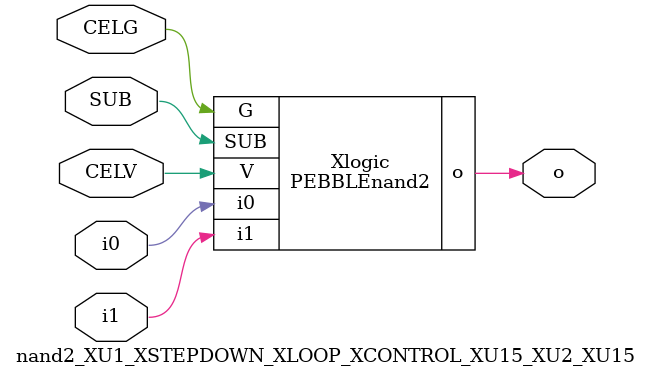
<source format=v>



module PEBBLEnand2 ( o, G, SUB, V, i0, i1 );

  input i0;
  input V;
  input i1;
  input G;
  output o;
  input SUB;
endmodule

//Celera Confidential Do Not Copy nand2_XU1_XSTEPDOWN_XLOOP_XCONTROL_XU15_XU2_XU15
//Celera Confidential Symbol Generator
//5V NAND2
module nand2_XU1_XSTEPDOWN_XLOOP_XCONTROL_XU15_XU2_XU15 (CELV,CELG,i0,i1,o,SUB);
input CELV;
input CELG;
input i0;
input i1;
input SUB;
output o;

//Celera Confidential Do Not Copy nand2
PEBBLEnand2 Xlogic(
.V (CELV),
.i0 (i0),
.i1 (i1),
.o (o),
.SUB (SUB),
.G (CELG)
);
//,diesize,PEBBLEnand2

//Celera Confidential Do Not Copy Module End
//Celera Schematic Generator
endmodule

</source>
